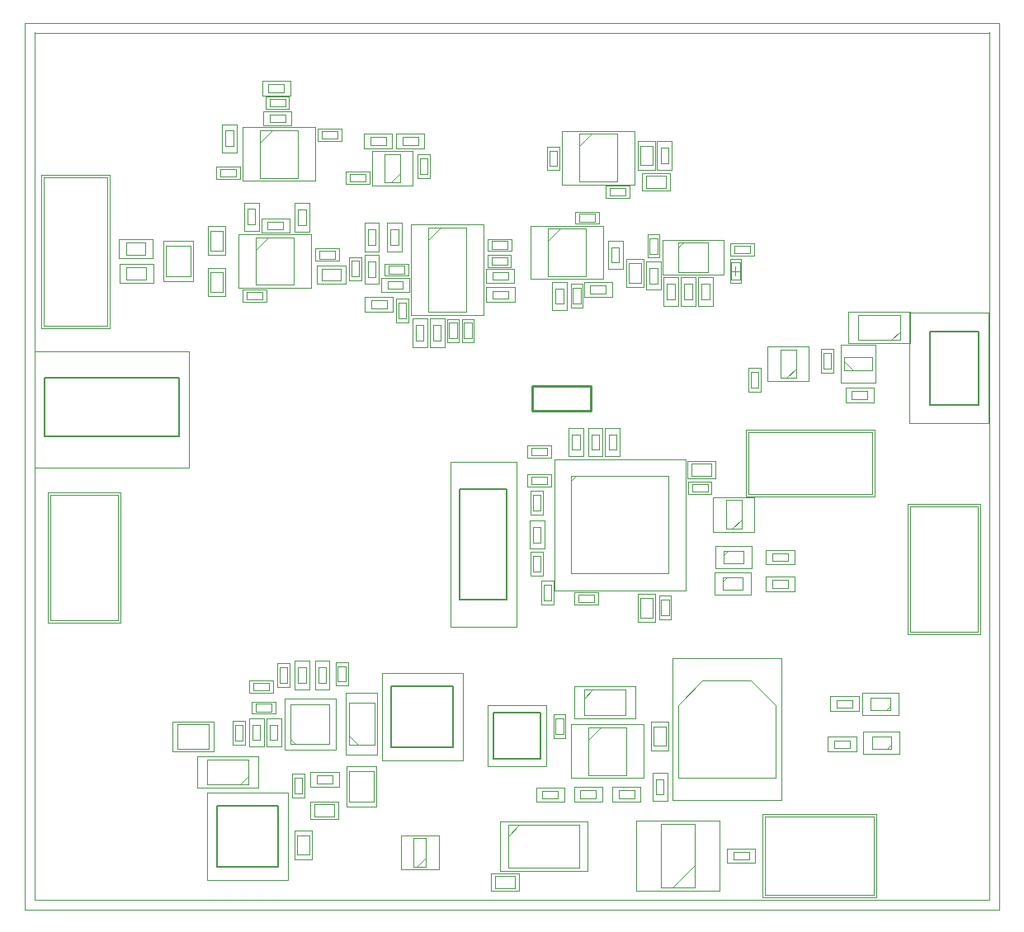
<source format=gko>
G04*
G04 #@! TF.GenerationSoftware,Altium Limited,Altium Designer,20.0.10 (225)*
G04*
G04 Layer_Color=16711935*
%FSLAX25Y25*%
%MOIN*%
G70*
G01*
G75*
%ADD10C,0.00787*%
%ADD12C,0.01000*%
%ADD13C,0.00394*%
%ADD14C,0.00197*%
D10*
X365748Y203937D02*
X385433D01*
X365748D02*
Y233465D01*
X385433D01*
Y203937D02*
Y233465D01*
X189370Y79626D02*
X208268D01*
Y60728D02*
Y79626D01*
X189370Y60728D02*
X208268D01*
X189370D02*
Y79626D01*
X8039Y214835D02*
X62370D01*
Y191213D02*
Y214835D01*
X8039Y191213D02*
X62370D01*
X8039D02*
Y214835D01*
X194650Y125055D02*
Y169937D01*
X175752Y125055D02*
X194650D01*
X175752D02*
Y169937D01*
X194650D01*
X172898Y65354D02*
Y90158D01*
X148094Y65354D02*
X172898D01*
X148094D02*
Y90158D01*
X172898D01*
X77598Y17098D02*
Y41902D01*
X102402D01*
Y17098D02*
Y41902D01*
X77598Y17098D02*
X102402D01*
D12*
X228508Y201630D02*
Y211472D01*
X204886D02*
X228508D01*
X204886Y201630D02*
Y211472D01*
Y201630D02*
X228508D01*
D13*
X389737Y354331D02*
X389764Y354341D01*
X3937Y354357D02*
X4009Y354331D01*
X3937Y3937D02*
Y354357D01*
X4009Y354331D02*
X389737D01*
X389764Y3937D02*
Y354341D01*
X3937Y3937D02*
X389764D01*
X0Y0D02*
Y358268D01*
X393701D01*
Y0D02*
Y358268D01*
X0Y0D02*
X393701D01*
X0D02*
X393701D01*
X283122Y153890D02*
X289516D01*
X283122D02*
Y165402D01*
X289516D01*
Y153890D02*
Y165402D01*
X285776Y153890D02*
X289516Y157630D01*
X307776Y214764D02*
X311516Y218504D01*
Y214764D02*
Y226181D01*
X305217D02*
X311516D01*
X305217Y214764D02*
Y226181D01*
Y214764D02*
X311516D01*
X330866Y221654D02*
X334606Y217913D01*
X330866D02*
X342362D01*
Y223031D01*
X330866D02*
X342362D01*
X330866Y217913D02*
Y223031D01*
X256890Y8858D02*
X270669D01*
X256890D02*
Y34449D01*
X270669D01*
Y8858D02*
Y34449D01*
X261614Y8858D02*
X270669Y17913D01*
X264094Y269406D02*
X275905D01*
Y257594D02*
Y269406D01*
X264094Y257594D02*
X275905D01*
X264094D02*
Y269406D01*
Y267437D02*
X266063Y269406D01*
X223807Y308461D02*
X228807Y313461D01*
X223807Y294153D02*
Y313461D01*
Y294153D02*
X239146D01*
Y313461D01*
X223807D02*
X239146D01*
X162823Y275528D02*
X178177D01*
Y241472D02*
Y275528D01*
X162823Y241472D02*
X178177D01*
X162823D02*
Y275528D01*
Y270528D02*
X167823Y275528D01*
X227559Y73622D02*
X242913D01*
Y54331D02*
Y73622D01*
X227559Y54331D02*
X242913D01*
X227559D02*
Y73622D01*
Y68622D02*
X232559Y73622D01*
X349913Y230020D02*
X353496Y233602D01*
Y230020D02*
Y240256D01*
X336661D02*
X353496D01*
X336661Y230020D02*
Y240256D01*
Y230020D02*
X353496D01*
X7717Y295744D02*
X33307D01*
Y235862D02*
Y295744D01*
X7717Y235862D02*
X33307D01*
X7717D02*
Y295744D01*
X385039Y112205D02*
Y162874D01*
X357638Y112205D02*
X385039D01*
X357638D02*
Y162874D01*
X385039D01*
X298819Y5906D02*
Y37402D01*
X342913D01*
Y5906D02*
Y37402D01*
X298819Y5906D02*
X342913D01*
X292421Y167913D02*
Y192717D01*
X342224D01*
Y167913D02*
Y192717D01*
X292421Y167913D02*
X342224D01*
X41063Y259461D02*
X48937D01*
Y254539D02*
Y259461D01*
X41063Y254539D02*
X48937D01*
X41063D02*
Y259461D01*
X327953Y81496D02*
Y84646D01*
Y81496D02*
X334252D01*
Y84646D01*
X327953D02*
X334252D01*
X220634Y173087D02*
X222602Y175055D01*
X220634Y135685D02*
Y175055D01*
Y135685D02*
X260004D01*
Y175055D01*
X220634D02*
X260004D01*
X107346Y68898D02*
X109315Y66929D01*
X107346D02*
X123094D01*
Y82677D01*
X107346D02*
X123094D01*
X107346Y66929D02*
Y82677D01*
X347965Y80610D02*
X349606Y82252D01*
Y80610D02*
Y85532D01*
X341732D02*
X349606D01*
X341732Y80610D02*
Y85532D01*
Y80610D02*
X349606D01*
X288976Y254528D02*
Y261417D01*
X285236Y254528D02*
Y261417D01*
X288976D01*
X285236Y254528D02*
X288976D01*
X195130Y34063D02*
X223870D01*
Y16937D02*
Y34063D01*
X195130Y16937D02*
X223870D01*
X195130D02*
Y34063D01*
Y29535D02*
X199657Y34063D01*
X61614Y64961D02*
Y74803D01*
Y64961D02*
X74213D01*
Y74803D01*
X61614D02*
X74213D01*
X57087Y255728D02*
X66929D01*
Y268327D01*
X57087D02*
X66929D01*
X57087Y255728D02*
Y268327D01*
X269291Y175197D02*
X277165D01*
X269291D02*
Y180118D01*
X277165D01*
Y175197D02*
Y180118D01*
X131220Y294094D02*
Y297244D01*
Y294094D02*
X137520D01*
Y297244D01*
X131220D02*
X137520D01*
X263815Y53122D02*
X303185D01*
X263815D02*
Y82650D01*
X273657Y92492D01*
X293342D01*
X303185Y82650D01*
Y53122D02*
Y82650D01*
X94846Y309945D02*
X99847Y314945D01*
X94846Y295638D02*
Y314945D01*
Y295638D02*
X110185D01*
Y314945D01*
X94846D02*
X110185D01*
X93331Y266653D02*
X98331Y271654D01*
X93331Y252346D02*
Y271654D01*
Y252346D02*
X108669D01*
Y271654D01*
X93331D02*
X108669D01*
X145350Y293791D02*
X151650D01*
X145350D02*
Y305209D01*
X151650D01*
Y293791D02*
Y305209D01*
X147909Y293791D02*
X151650Y297532D01*
X211331Y270153D02*
X216331Y275153D01*
X211331Y255847D02*
Y275153D01*
Y255847D02*
X226669D01*
Y275153D01*
X211331D02*
X226669D01*
X98819Y324410D02*
Y327559D01*
Y324410D02*
X105118D01*
Y327559D01*
X98819D02*
X105118D01*
X75039Y266331D02*
Y274205D01*
X79961D01*
Y266331D02*
Y274205D01*
X75039Y266331D02*
X79961D01*
X75039Y249563D02*
Y257437D01*
X79961D01*
Y249563D02*
Y257437D01*
X75039Y249563D02*
X79961D01*
X125197Y262992D02*
Y266142D01*
X118898D02*
X125197D01*
X118898Y262992D02*
Y266142D01*
Y262992D02*
X125197D01*
X96063Y246457D02*
Y249606D01*
X89764D02*
X96063D01*
X89764Y246457D02*
Y249606D01*
Y246457D02*
X96063D01*
X126260Y311417D02*
Y314567D01*
X119961D02*
X126260D01*
X119961Y311417D02*
Y314567D01*
Y311417D02*
X126260D01*
X119831Y254039D02*
X127705D01*
X119831D02*
Y258961D01*
X127705D01*
Y254039D02*
Y258961D01*
X78858Y296063D02*
Y299213D01*
Y296063D02*
X85158D01*
Y299213D01*
X78858D02*
X85158D01*
X131925Y262012D02*
X135075D01*
X131925Y255713D02*
Y262012D01*
Y255713D02*
X135075D01*
Y262012D01*
X159449Y297244D02*
X162598D01*
Y303543D01*
X159449D02*
X162598D01*
X159449Y297244D02*
Y303543D01*
X150925Y238850D02*
X154075D01*
Y245150D01*
X150925D02*
X154075D01*
X150925Y238850D02*
Y245150D01*
X177425Y230713D02*
X180575D01*
Y237012D01*
X177425D02*
X180575D01*
X177425Y230713D02*
Y237012D01*
X171425Y230713D02*
X174575D01*
Y237012D01*
X171425D02*
X174575D01*
X171425Y230713D02*
Y237012D01*
X146850Y256925D02*
Y260075D01*
Y256925D02*
X153150D01*
Y260075D01*
X146850D02*
X153150D01*
X223850Y277925D02*
Y281075D01*
Y277925D02*
X230150D01*
Y281075D01*
X223850D02*
X230150D01*
X194882Y266929D02*
Y270079D01*
X188583D02*
X194882D01*
X188583Y266929D02*
Y270079D01*
Y266929D02*
X194882D01*
X194787Y260425D02*
Y263575D01*
X188488D02*
X194787D01*
X188488Y260425D02*
Y263575D01*
Y260425D02*
X194787D01*
X221425Y251150D02*
X224575D01*
X221425Y244850D02*
Y251150D01*
Y244850D02*
X224575D01*
Y251150D01*
X211925Y300350D02*
X215075D01*
Y306650D01*
X211925D02*
X215075D01*
X211925Y300350D02*
Y306650D01*
X236350Y288425D02*
Y291575D01*
Y288425D02*
X242650D01*
Y291575D01*
X236350D02*
X242650D01*
X253543Y300689D02*
Y308563D01*
X248622Y300689D02*
X253543D01*
X248622D02*
Y308563D01*
X253543D01*
X252425Y271287D02*
X255575D01*
X252425Y264988D02*
Y271287D01*
Y264988D02*
X255575D01*
Y271287D01*
X292913Y265059D02*
Y268209D01*
X286614D02*
X292913D01*
X286614Y265059D02*
Y268209D01*
Y265059D02*
X292913D01*
X251004Y296358D02*
X258878D01*
Y291437D02*
Y296358D01*
X251004Y291437D02*
X258878D01*
X251004D02*
Y296358D01*
X248961Y253295D02*
Y261169D01*
X244039Y253295D02*
X248961D01*
X244039D02*
Y261169D01*
X248961D01*
X205279Y167378D02*
X208429D01*
X205279Y161079D02*
Y167378D01*
Y161079D02*
X208429D01*
Y167378D01*
X205279Y142772D02*
X208429D01*
X205279Y136472D02*
Y142772D01*
Y136472D02*
X208429D01*
Y142772D01*
X248622Y117835D02*
Y125709D01*
X253543D01*
Y117835D02*
Y125709D01*
X248622Y117835D02*
X253543D01*
X117063Y42461D02*
X124937D01*
Y37539D02*
Y42461D01*
X117063Y37539D02*
X124937D01*
X117063D02*
Y42461D01*
X108925Y46850D02*
X112075D01*
Y53150D01*
X108925D02*
X112075D01*
X108925Y46850D02*
Y53150D01*
X114961Y22063D02*
Y29937D01*
X110039Y22063D02*
X114961D01*
X110039D02*
Y29937D01*
X114961D01*
X258961Y66063D02*
Y73937D01*
X254039Y66063D02*
X258961D01*
X254039D02*
Y73937D01*
X258961D01*
X93350Y79925D02*
Y83075D01*
Y79925D02*
X99650D01*
Y83075D01*
X93350D02*
X99650D01*
X126441Y92008D02*
X129591D01*
Y98307D01*
X126441D02*
X129591D01*
X126441Y92008D02*
Y98307D01*
X214425Y70850D02*
X217575D01*
Y77150D01*
X214425D02*
X217575D01*
X214425Y70850D02*
Y77150D01*
X102819Y97953D02*
X105968D01*
X102819Y91654D02*
Y97953D01*
Y91654D02*
X105968D01*
Y97953D01*
X84925Y74512D02*
X88075D01*
X84925Y68213D02*
Y74512D01*
Y68213D02*
X88075D01*
Y74512D01*
X92213Y88425D02*
Y91575D01*
Y88425D02*
X98512D01*
Y91575D01*
X92213D02*
X98512D01*
X131079Y43386D02*
X140921D01*
Y55984D01*
X131079D02*
X140921D01*
X131079Y43386D02*
Y55984D01*
X190063Y13461D02*
X197937D01*
Y8539D02*
Y13461D01*
X190063Y8539D02*
X197937D01*
X190063D02*
Y13461D01*
X322539Y218602D02*
X325689D01*
Y224902D01*
X322539D02*
X325689D01*
X322539Y218602D02*
Y224902D01*
X210827Y171850D02*
Y175000D01*
X204528D02*
X210827D01*
X204528Y171850D02*
Y175000D01*
Y171850D02*
X210827D01*
X256988Y118799D02*
X260138D01*
Y125098D01*
X256988D02*
X260138D01*
X256988Y118799D02*
Y125098D01*
X293209Y210925D02*
X296358D01*
Y217224D01*
X293209D02*
X296358D01*
X293209Y210925D02*
Y217224D01*
X275787Y168701D02*
Y171850D01*
X269488D02*
X275787D01*
X269488Y168701D02*
Y171850D01*
Y168701D02*
X275787D01*
X223642Y124016D02*
Y127165D01*
Y124016D02*
X229941D01*
Y127165D01*
X223642D02*
X229941D01*
X209449Y124803D02*
X212598D01*
Y131102D01*
X209449D02*
X212598D01*
X209449Y124803D02*
Y131102D01*
X204528Y183465D02*
Y186614D01*
Y183465D02*
X210827D01*
Y186614D01*
X204528D02*
X210827D01*
X282051Y134012D02*
X289925D01*
Y129091D02*
Y134012D01*
X282051Y129091D02*
X289925D01*
X282051D02*
Y134012D01*
Y132370D02*
X283693Y134012D01*
X282445Y144839D02*
X290319D01*
Y139917D02*
Y144839D01*
X282445Y139917D02*
X290319D01*
X282445D02*
Y144839D01*
Y143197D02*
X284087Y144839D01*
X86835Y50382D02*
X90417Y53965D01*
Y50382D02*
Y60618D01*
X73583D02*
X90417D01*
X73583Y50382D02*
Y60618D01*
Y50382D02*
X90417D01*
X130882Y70165D02*
X134465Y66583D01*
X130882D02*
X141118D01*
Y83417D01*
X130882D02*
X141118D01*
X130882Y66583D02*
Y83417D01*
X225835Y85197D02*
X229417Y88779D01*
X225835Y78543D02*
Y88779D01*
Y78543D02*
X242669D01*
Y88779D01*
X225835D02*
X242669D01*
X342126Y64862D02*
X350000D01*
X342126D02*
Y69784D01*
X350000D01*
Y64862D02*
Y69784D01*
X348358Y64862D02*
X350000Y66504D01*
X286221Y23228D02*
X292520D01*
Y20079D02*
Y23228D01*
X286221Y20079D02*
X292520D01*
X286221D02*
Y23228D01*
X334055Y209350D02*
X340354D01*
Y206201D02*
Y209350D01*
X334055Y206201D02*
X340354D01*
X334055D02*
Y209350D01*
X252425Y253000D02*
Y259299D01*
X255575D01*
Y253000D02*
Y259299D01*
X252425Y253000D02*
X255575D01*
X158319Y17252D02*
X162059Y20992D01*
Y17252D02*
Y28748D01*
X156941D02*
X162059D01*
X156941Y17252D02*
Y28748D01*
Y17252D02*
X162059D01*
X98425Y333465D02*
X104724D01*
Y330315D02*
Y333465D01*
X98425Y330315D02*
X104724D01*
X98425D02*
Y333465D01*
X98819Y318110D02*
X105118D01*
X98819D02*
Y321260D01*
X105118D01*
Y318110D02*
Y321260D01*
X40803Y269461D02*
X48677D01*
Y264539D02*
Y269461D01*
X40803Y264539D02*
X48677D01*
X40803D02*
Y269461D01*
X84252Y308421D02*
Y314721D01*
X81102Y308421D02*
X84252D01*
X81102D02*
Y314721D01*
X84252D01*
X110425Y276500D02*
Y282799D01*
X113575D01*
Y276500D02*
Y282799D01*
X110425Y276500D02*
X113575D01*
X98032Y274803D02*
X104331D01*
X98032D02*
Y277953D01*
X104331D01*
Y274803D02*
Y277953D01*
X89961Y276732D02*
Y283032D01*
X93110D01*
Y276732D02*
Y283032D01*
X89961Y276732D02*
X93110D01*
X141732Y255512D02*
Y261811D01*
X138583Y255512D02*
X141732D01*
X138583D02*
Y261811D01*
X141732D01*
Y268504D02*
Y274803D01*
X138583Y268504D02*
X141732D01*
X138583D02*
Y274803D01*
X141732D01*
X152500Y308925D02*
X158799D01*
X152500D02*
Y312075D01*
X158799D01*
Y308925D02*
Y312075D01*
X139500Y308925D02*
X145799D01*
X139500D02*
Y312075D01*
X145799D01*
Y308925D02*
Y312075D01*
X147638Y268504D02*
Y274803D01*
X150787D01*
Y268504D02*
Y274803D01*
X147638Y268504D02*
X150787D01*
X146457Y253937D02*
X152756D01*
Y250787D02*
Y253937D01*
X146457Y250787D02*
X152756D01*
X146457D02*
Y253937D01*
X139850Y242925D02*
X146150D01*
X139850D02*
Y246075D01*
X146150D01*
Y242925D02*
Y246075D01*
X161075Y229850D02*
Y236150D01*
X157925Y229850D02*
X161075D01*
X157925D02*
Y236150D01*
X161075D01*
X164925Y229850D02*
Y236150D01*
X168075D01*
Y229850D02*
Y236150D01*
X164925Y229850D02*
X168075D01*
X188976Y250000D02*
X195276D01*
Y246850D02*
Y250000D01*
X188976Y246850D02*
X195276D01*
X188976D02*
Y250000D01*
X188850Y254425D02*
X195150D01*
X188850D02*
Y257575D01*
X195150D01*
Y254425D02*
Y257575D01*
X217575Y244701D02*
Y251000D01*
X214425Y244701D02*
X217575D01*
X214425D02*
Y251000D01*
X217575D01*
X228350Y248925D02*
X234650D01*
X228350D02*
Y252075D01*
X234650D01*
Y248925D02*
Y252075D01*
X259941Y301476D02*
Y307776D01*
X256791Y301476D02*
X259941D01*
X256791D02*
Y307776D01*
X259941D01*
X236925Y261350D02*
Y267650D01*
X240075D01*
Y261350D02*
Y267650D01*
X236925Y261350D02*
X240075D01*
X262575Y246500D02*
Y252799D01*
X259425Y246500D02*
X262575D01*
X259425D02*
Y252799D01*
X262575D01*
X269575Y246500D02*
Y252799D01*
X266425Y246500D02*
X269575D01*
X266425D02*
Y252799D01*
X269575D01*
X276575Y246500D02*
Y252799D01*
X273425Y246500D02*
X276575D01*
X273425D02*
Y252799D01*
X276575D01*
X301933Y129976D02*
X308232D01*
X301933D02*
Y133126D01*
X308232D01*
Y129976D02*
Y133126D01*
X301933Y140803D02*
X308232D01*
X301933D02*
Y143953D01*
X308232D01*
Y140803D02*
Y143953D01*
X205279Y148284D02*
Y154583D01*
X208429D01*
Y148284D02*
Y154583D01*
X205279Y148284D02*
X208429D01*
X228902Y185685D02*
Y191984D01*
X232051D01*
Y185685D02*
Y191984D01*
X228902Y185685D02*
X232051D01*
X235791D02*
Y191984D01*
X238941D01*
Y185685D02*
Y191984D01*
X235791Y185685D02*
X238941D01*
X221028D02*
Y191984D01*
X224177D01*
Y185685D02*
Y191984D01*
X221028Y185685D02*
X224177D01*
X118000Y50925D02*
X124299D01*
X118000D02*
Y54075D01*
X124299D01*
Y50925D02*
Y54075D01*
X254925Y46350D02*
Y52650D01*
X258075D01*
Y46350D02*
Y52650D01*
X254925Y46350D02*
X258075D01*
X239850Y48075D02*
X246150D01*
Y44925D02*
Y48075D01*
X239850Y44925D02*
X246150D01*
X239850D02*
Y48075D01*
X110425Y91500D02*
Y97799D01*
X113575D01*
Y91500D02*
Y97799D01*
X110425Y91500D02*
X113575D01*
X118567Y91535D02*
Y97835D01*
X121716D01*
Y91535D02*
Y97835D01*
X118567Y91535D02*
X121716D01*
X95075Y68350D02*
Y74650D01*
X91925Y68350D02*
X95075D01*
X91925D02*
Y74650D01*
X95075D01*
X98925Y68350D02*
Y74650D01*
X102075D01*
Y68350D02*
Y74650D01*
X98925Y68350D02*
X102075D01*
X209026Y44805D02*
X215325D01*
X209026D02*
Y47955D01*
X215325D01*
Y44805D02*
Y47955D01*
X224350Y44925D02*
X230650D01*
X224350D02*
Y48075D01*
X230650D01*
Y44925D02*
Y48075D01*
X333268Y65158D02*
Y68307D01*
X326969D02*
X333268D01*
X326969Y65158D02*
Y68307D01*
Y65158D02*
X333268D01*
X37598Y116969D02*
Y167638D01*
X10197Y116969D02*
X37598D01*
X10197D02*
Y167638D01*
X37598D01*
X357185Y196362D02*
X389370D01*
X357185D02*
Y241039D01*
X389370D01*
Y196362D02*
Y241039D01*
X187008Y82638D02*
X210630D01*
Y57717D02*
Y82638D01*
X187008Y57717D02*
X210630D01*
X187008D02*
Y82638D01*
X4102Y225465D02*
X66307D01*
Y178614D02*
Y225465D01*
X4102Y178614D02*
X66307D01*
X4102D02*
Y225465D01*
X285236Y257972D02*
X288976D01*
X287106Y256102D02*
Y259842D01*
X289272Y253248D02*
Y262697D01*
X284941Y253248D02*
Y262697D01*
X289272D01*
X284941Y253248D02*
X289272D01*
X198587Y114032D02*
Y180961D01*
X171815Y114032D02*
X198587D01*
X171815D02*
Y180961D01*
X198587D01*
X176835Y60039D02*
Y95472D01*
X144158Y60039D02*
X176835D01*
X144158D02*
Y95472D01*
X176835D01*
X73661Y11784D02*
Y47216D01*
X106339D01*
Y11784D02*
Y47216D01*
X73661Y11784D02*
X106339D01*
D14*
X277953Y152657D02*
X294685D01*
X277953D02*
Y166634D01*
X294685D01*
Y152657D02*
Y166634D01*
X316634Y213484D02*
Y227461D01*
X300098D02*
X316634D01*
X300098Y213484D02*
Y227461D01*
Y213484D02*
X316634D01*
X329646Y212795D02*
X343583D01*
Y228150D01*
X329646D02*
X343583D01*
X329646Y212795D02*
Y228150D01*
X247047Y7480D02*
X280512D01*
X247047D02*
Y35827D01*
X280512D01*
Y7480D02*
Y35827D01*
X257598Y270587D02*
X282402D01*
Y256413D02*
Y270587D01*
X257598Y256413D02*
X282402D01*
X257598D02*
Y270587D01*
X216811Y292980D02*
Y314634D01*
Y292980D02*
X246142D01*
Y314634D01*
X216811D02*
X246142D01*
X155835Y276709D02*
X185165D01*
Y240291D02*
Y276709D01*
X155835Y240291D02*
X185165D01*
X155835D02*
Y276709D01*
X220571Y74803D02*
X249902D01*
Y53150D02*
Y74803D01*
X220571Y53150D02*
X249902D01*
X220571D02*
Y74803D01*
X357520Y228740D02*
Y241535D01*
X332638D02*
X357520D01*
X332638Y228740D02*
Y241535D01*
Y228740D02*
X357520D01*
X6732Y296728D02*
X34291D01*
Y234878D02*
Y296728D01*
X6732Y234878D02*
X34291D01*
X6732D02*
Y296728D01*
X386024Y111221D02*
Y163858D01*
X356653Y111221D02*
X386024D01*
X356653D02*
Y163858D01*
X386024D01*
X297835Y4921D02*
Y38386D01*
X343898D01*
Y4921D02*
Y38386D01*
X297835Y4921D02*
X343898D01*
X291437Y166929D02*
Y193701D01*
X343209D01*
Y166929D02*
Y193701D01*
X291437Y166929D02*
X343209D01*
X38209Y260740D02*
X51791D01*
Y253260D02*
Y260740D01*
X38209Y253260D02*
X51791D01*
X38209D02*
Y260740D01*
X325394Y80118D02*
Y86024D01*
Y80118D02*
X336811D01*
Y86024D01*
X325394D02*
X336811D01*
X213843Y128894D02*
Y181846D01*
Y128894D02*
X266795D01*
Y181846D01*
X213843D02*
X266795D01*
X104886Y64468D02*
X125555D01*
Y85138D01*
X104886D02*
X125555D01*
X104886Y64468D02*
Y85138D01*
X352953Y78543D02*
Y87598D01*
X338386D02*
X352953D01*
X338386Y78543D02*
Y87598D01*
Y78543D02*
X352953D01*
X191783Y35342D02*
X227217D01*
Y15657D02*
Y35342D01*
X191783Y15657D02*
X227217D01*
X191783D02*
Y35342D01*
X59606Y63937D02*
Y75827D01*
Y63937D02*
X76221D01*
Y75827D01*
X59606D02*
X76221D01*
X56063Y253917D02*
X67953D01*
Y270138D01*
X56063D02*
X67953D01*
X56063Y253917D02*
Y270138D01*
X267461Y174153D02*
X278996D01*
X267461D02*
Y181161D01*
X278996D01*
Y174153D02*
Y181161D01*
X129567Y293228D02*
Y298110D01*
Y293228D02*
X139173D01*
Y298110D01*
X129567D02*
X139173D01*
X261453Y101547D02*
X305547D01*
X261453Y44067D02*
Y101547D01*
Y44067D02*
X305547D01*
Y101547D01*
X87850Y294465D02*
Y316118D01*
Y294465D02*
X117181D01*
Y316118D01*
X87850D02*
X117181D01*
X86335Y251173D02*
Y272827D01*
Y251173D02*
X115665D01*
Y272827D01*
X86335D02*
X115665D01*
X140232Y292512D02*
X156768D01*
X140232D02*
Y306488D01*
X156768D01*
Y292512D02*
Y306488D01*
X204335Y254673D02*
Y276327D01*
Y254673D02*
X233665D01*
Y276327D01*
X204335D02*
X233665D01*
X97165Y323543D02*
Y328425D01*
Y323543D02*
X106772D01*
Y328425D01*
X97165D02*
X106772D01*
X73996Y264500D02*
Y276035D01*
X81004D01*
Y264500D02*
Y276035D01*
X73996Y264500D02*
X81004D01*
X73996Y247732D02*
Y259268D01*
X81004D01*
Y247732D02*
Y259268D01*
X73996Y247732D02*
X81004D01*
X126850Y262126D02*
Y267008D01*
X117244D02*
X126850D01*
X117244Y262126D02*
Y267008D01*
Y262126D02*
X126850D01*
X97716Y245591D02*
Y250472D01*
X88110D02*
X97716D01*
X88110Y245591D02*
Y250472D01*
Y245591D02*
X97716D01*
X127913Y310551D02*
Y315433D01*
X118307D02*
X127913D01*
X118307Y310551D02*
Y315433D01*
Y310551D02*
X127913D01*
X118000Y252996D02*
X129535D01*
X118000D02*
Y260004D01*
X129535D01*
Y252996D02*
Y260004D01*
X77205Y295197D02*
Y300079D01*
Y295197D02*
X86811D01*
Y300079D01*
X77205D02*
X86811D01*
X131059Y263665D02*
X135941D01*
X131059Y254059D02*
Y263665D01*
Y254059D02*
X135941D01*
Y263665D01*
X158583Y295590D02*
X163465D01*
Y305197D01*
X158583D02*
X163465D01*
X158583Y295590D02*
Y305197D01*
X150059Y237197D02*
X154941D01*
Y246803D01*
X150059D02*
X154941D01*
X150059Y237197D02*
Y246803D01*
X176559Y229059D02*
X181441D01*
Y238665D01*
X176559D02*
X181441D01*
X176559Y229059D02*
Y238665D01*
X170559Y229059D02*
X175441D01*
Y238665D01*
X170559D02*
X175441D01*
X170559Y229059D02*
Y238665D01*
X145197Y256059D02*
Y260941D01*
Y256059D02*
X154803D01*
Y260941D01*
X145197D02*
X154803D01*
X222197Y277059D02*
Y281941D01*
Y277059D02*
X231803D01*
Y281941D01*
X222197D02*
X231803D01*
X196535Y266063D02*
Y270945D01*
X186929D02*
X196535D01*
X186929Y266063D02*
Y270945D01*
Y266063D02*
X196535D01*
X196441Y259559D02*
Y264441D01*
X186835D02*
X196441D01*
X186835Y259559D02*
Y264441D01*
Y259559D02*
X196441D01*
X220559Y252803D02*
X225441D01*
X220559Y243197D02*
Y252803D01*
Y243197D02*
X225441D01*
Y252803D01*
X211059Y298697D02*
X215941D01*
Y308303D01*
X211059D02*
X215941D01*
X211059Y298697D02*
Y308303D01*
X234697Y287559D02*
Y292441D01*
Y287559D02*
X244303D01*
Y292441D01*
X234697D02*
X244303D01*
X254587Y298858D02*
Y310394D01*
X247579Y298858D02*
X254587D01*
X247579D02*
Y310394D01*
X254587D01*
X251559Y272941D02*
X256441D01*
X251559Y263335D02*
Y272941D01*
Y263335D02*
X256441D01*
Y272941D01*
X294567Y264193D02*
Y269075D01*
X284961D02*
X294567D01*
X284961Y264193D02*
Y269075D01*
Y264193D02*
X294567D01*
X249173Y297402D02*
X260709D01*
Y290394D02*
Y297402D01*
X249173Y290394D02*
X260709D01*
X249173D02*
Y297402D01*
X250004Y251465D02*
Y263000D01*
X242996Y251465D02*
X250004D01*
X242996D02*
Y263000D01*
X250004D01*
X204413Y169032D02*
X209295D01*
X204413Y159425D02*
Y169032D01*
Y159425D02*
X209295D01*
Y169032D01*
X204413Y144425D02*
X209295D01*
X204413Y134819D02*
Y144425D01*
Y134819D02*
X209295D01*
Y144425D01*
X247579Y116004D02*
Y127539D01*
X254587D01*
Y116004D02*
Y127539D01*
X247579Y116004D02*
X254587D01*
X115232Y43504D02*
X126768D01*
Y36496D02*
Y43504D01*
X115232Y36496D02*
X126768D01*
X115232D02*
Y43504D01*
X108059Y45197D02*
X112941D01*
Y54803D01*
X108059D02*
X112941D01*
X108059Y45197D02*
Y54803D01*
X116004Y20232D02*
Y31768D01*
X108996Y20232D02*
X116004D01*
X108996D02*
Y31768D01*
X116004D01*
X260004Y64232D02*
Y75768D01*
X252996Y64232D02*
X260004D01*
X252996D02*
Y75768D01*
X260004D01*
X91697Y79059D02*
Y83941D01*
Y79059D02*
X101303D01*
Y83941D01*
X91697D02*
X101303D01*
X125575Y90354D02*
X130457D01*
Y99961D01*
X125575D02*
X130457D01*
X125575Y90354D02*
Y99961D01*
X213559Y69197D02*
X218441D01*
Y78803D01*
X213559D02*
X218441D01*
X213559Y69197D02*
Y78803D01*
X101953Y99606D02*
X106835D01*
X101953Y90000D02*
Y99606D01*
Y90000D02*
X106835D01*
Y99606D01*
X84059Y76165D02*
X88941D01*
X84059Y66559D02*
Y76165D01*
Y66559D02*
X88941D01*
Y76165D01*
X90559Y87559D02*
Y92441D01*
Y87559D02*
X100165D01*
Y92441D01*
X90559D02*
X100165D01*
X130055Y41378D02*
X141945D01*
Y57992D01*
X130055D02*
X141945D01*
X130055Y41378D02*
Y57992D01*
X188232Y14504D02*
X199768D01*
Y7496D02*
Y14504D01*
X188232Y7496D02*
X199768D01*
X188232D02*
Y14504D01*
X321673Y216949D02*
X326555D01*
Y226555D01*
X321673D02*
X326555D01*
X321673Y216949D02*
Y226555D01*
X212480Y170984D02*
Y175866D01*
X202874D02*
X212480D01*
X202874Y170984D02*
Y175866D01*
Y170984D02*
X212480D01*
X256122Y117146D02*
X261004D01*
Y126752D01*
X256122D02*
X261004D01*
X256122Y117146D02*
Y126752D01*
X292342Y209272D02*
X297224D01*
Y218878D01*
X292342D02*
X297224D01*
X292342Y209272D02*
Y218878D01*
X277441Y167835D02*
Y172716D01*
X267835D02*
X277441D01*
X267835Y167835D02*
Y172716D01*
Y167835D02*
X277441D01*
X221988Y123150D02*
Y128032D01*
Y123150D02*
X231594D01*
Y128032D01*
X221988D02*
X231594D01*
X208583Y123150D02*
X213465D01*
Y132756D01*
X208583D02*
X213465D01*
X208583Y123150D02*
Y132756D01*
X202874Y182598D02*
Y187480D01*
Y182598D02*
X212480D01*
Y187480D01*
X202874D02*
X212480D01*
X278705Y136079D02*
X293272D01*
Y127024D02*
Y136079D01*
X278705Y127024D02*
X293272D01*
X278705D02*
Y136079D01*
X279098Y146906D02*
X293665D01*
Y137850D02*
Y146906D01*
X279098Y137850D02*
X293665D01*
X279098D02*
Y146906D01*
X94441Y49102D02*
Y61898D01*
X69559D02*
X94441D01*
X69559Y49102D02*
Y61898D01*
Y49102D02*
X94441D01*
X129602Y62559D02*
X142398D01*
Y87441D01*
X129602D02*
X142398D01*
X129602Y62559D02*
Y87441D01*
X221811Y77264D02*
Y90059D01*
Y77264D02*
X246693D01*
Y90059D01*
X221811D02*
X246693D01*
X338779Y62795D02*
X353346D01*
X338779D02*
Y71850D01*
X353346D01*
Y62795D02*
Y71850D01*
X283661Y24606D02*
X295079D01*
Y18701D02*
Y24606D01*
X283661Y18701D02*
X295079D01*
X283661D02*
Y24606D01*
X331496Y210728D02*
X342913D01*
Y204823D02*
Y210728D01*
X331496Y204823D02*
X342913D01*
X331496D02*
Y210728D01*
X251047Y250441D02*
Y261858D01*
X256953D01*
Y250441D02*
Y261858D01*
X251047Y250441D02*
X256953D01*
X167177Y16032D02*
Y29969D01*
X151823D02*
X167177D01*
X151823Y16032D02*
Y29969D01*
Y16032D02*
X167177D01*
X95866Y334842D02*
X107283D01*
Y328937D02*
Y334842D01*
X95866Y328937D02*
X107283D01*
X95866D02*
Y334842D01*
X96260Y316732D02*
X107677D01*
X96260D02*
Y322638D01*
X107677D01*
Y316732D02*
Y322638D01*
X37949Y270740D02*
X51531D01*
Y263260D02*
Y270740D01*
X37949Y263260D02*
X51531D01*
X37949D02*
Y270740D01*
X85630Y305862D02*
Y317280D01*
X79724Y305862D02*
X85630D01*
X79724D02*
Y317280D01*
X85630D01*
X109047Y273941D02*
Y285358D01*
X114953D01*
Y273941D02*
Y285358D01*
X109047Y273941D02*
X114953D01*
X95472Y273425D02*
X106890D01*
X95472D02*
Y279331D01*
X106890D01*
Y273425D02*
Y279331D01*
X88583Y274173D02*
Y285591D01*
X94488D01*
Y274173D02*
Y285591D01*
X88583Y274173D02*
X94488D01*
X143110Y252953D02*
Y264370D01*
X137205Y252953D02*
X143110D01*
X137205D02*
Y264370D01*
X143110D01*
Y265945D02*
Y277362D01*
X137205Y265945D02*
X143110D01*
X137205D02*
Y277362D01*
X143110D01*
X149941Y307547D02*
X161358D01*
X149941D02*
Y313453D01*
X161358D01*
Y307547D02*
Y313453D01*
X136941Y307547D02*
X148358D01*
X136941D02*
Y313453D01*
X148358D01*
Y307547D02*
Y313453D01*
X146260Y265945D02*
Y277362D01*
X152165D01*
Y265945D02*
Y277362D01*
X146260Y265945D02*
X152165D01*
X143898Y255315D02*
X155315D01*
Y249409D02*
Y255315D01*
X143898Y249409D02*
X155315D01*
X143898D02*
Y255315D01*
X137291Y241547D02*
X148709D01*
X137291D02*
Y247453D01*
X148709D01*
Y241547D02*
Y247453D01*
X162453Y227291D02*
Y238709D01*
X156547Y227291D02*
X162453D01*
X156547D02*
Y238709D01*
X162453D01*
X163547Y227291D02*
Y238709D01*
X169453D01*
Y227291D02*
Y238709D01*
X163547Y227291D02*
X169453D01*
X186417Y251378D02*
X197835D01*
Y245472D02*
Y251378D01*
X186417Y245472D02*
X197835D01*
X186417D02*
Y251378D01*
X186291Y253047D02*
X197709D01*
X186291D02*
Y258953D01*
X197709D01*
Y253047D02*
Y258953D01*
X218953Y242142D02*
Y253559D01*
X213047Y242142D02*
X218953D01*
X213047D02*
Y253559D01*
X218953D01*
X225791Y247547D02*
X237209D01*
X225791D02*
Y253453D01*
X237209D01*
Y247547D02*
Y253453D01*
X261319Y298917D02*
Y310335D01*
X255413Y298917D02*
X261319D01*
X255413D02*
Y310335D01*
X261319D01*
X235547Y258791D02*
Y270209D01*
X241453D01*
Y258791D02*
Y270209D01*
X235547Y258791D02*
X241453D01*
X263953Y243941D02*
Y255358D01*
X258047Y243941D02*
X263953D01*
X258047D02*
Y255358D01*
X263953D01*
X270953Y243941D02*
Y255358D01*
X265047Y243941D02*
X270953D01*
X265047D02*
Y255358D01*
X270953D01*
X277953Y243941D02*
Y255358D01*
X272047Y243941D02*
X277953D01*
X272047D02*
Y255358D01*
X277953D01*
X299374Y128598D02*
X310791D01*
X299374D02*
Y134504D01*
X310791D01*
Y128598D02*
Y134504D01*
X299374Y139425D02*
X310791D01*
X299374D02*
Y145331D01*
X310791D01*
Y139425D02*
Y145331D01*
X203902Y145724D02*
Y157142D01*
X209807D01*
Y145724D02*
Y157142D01*
X203902Y145724D02*
X209807D01*
X227524Y183126D02*
Y194543D01*
X233429D01*
Y183126D02*
Y194543D01*
X227524Y183126D02*
X233429D01*
X234413D02*
Y194543D01*
X240319D01*
Y183126D02*
Y194543D01*
X234413Y183126D02*
X240319D01*
X219650D02*
Y194543D01*
X225555D01*
Y183126D02*
Y194543D01*
X219650Y183126D02*
X225555D01*
X115441Y49547D02*
X126858D01*
X115441D02*
Y55453D01*
X126858D01*
Y49547D02*
Y55453D01*
X253547Y43791D02*
Y55209D01*
X259453D01*
Y43791D02*
Y55209D01*
X253547Y43791D02*
X259453D01*
X237291Y49453D02*
X248709D01*
Y43547D02*
Y49453D01*
X237291Y43547D02*
X248709D01*
X237291D02*
Y49453D01*
X109047Y88941D02*
Y100358D01*
X114953D01*
Y88941D02*
Y100358D01*
X109047Y88941D02*
X114953D01*
X117189Y88976D02*
Y100394D01*
X123094D01*
Y88976D02*
Y100394D01*
X117189Y88976D02*
X123094D01*
X96453Y65791D02*
Y77209D01*
X90547Y65791D02*
X96453D01*
X90547D02*
Y77209D01*
X96453D01*
X97547Y65791D02*
Y77209D01*
X103453D01*
Y65791D02*
Y77209D01*
X97547Y65791D02*
X103453D01*
X206467Y43427D02*
X217884D01*
X206467D02*
Y49333D01*
X217884D01*
Y43427D02*
Y49333D01*
X221791Y43547D02*
X233209D01*
X221791D02*
Y49453D01*
X233209D01*
Y43547D02*
Y49453D01*
X335827Y63779D02*
Y69685D01*
X324410D02*
X335827D01*
X324410Y63779D02*
Y69685D01*
Y63779D02*
X335827D01*
X38583Y115984D02*
Y168622D01*
X9213Y115984D02*
X38583D01*
X9213D02*
Y168622D01*
X38583D01*
M02*

</source>
